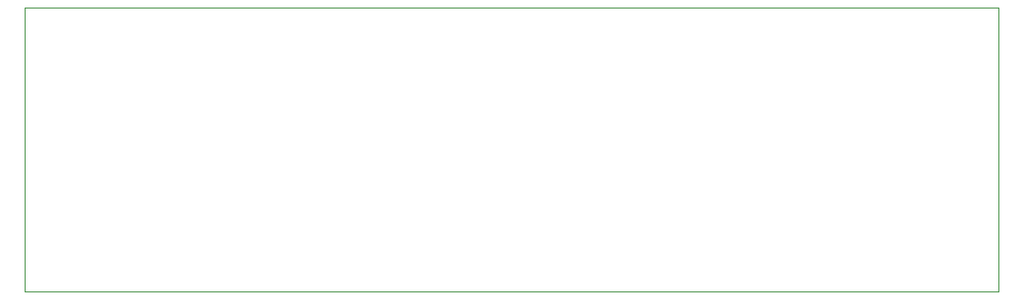
<source format=gbr>
%TF.GenerationSoftware,KiCad,Pcbnew,7.0.7*%
%TF.CreationDate,2023-10-03T22:28:34+01:00*%
%TF.ProjectId,nixie-controller-breakaway,6e697869-652d-4636-9f6e-74726f6c6c65,rev?*%
%TF.SameCoordinates,Original*%
%TF.FileFunction,Profile,NP*%
%FSLAX46Y46*%
G04 Gerber Fmt 4.6, Leading zero omitted, Abs format (unit mm)*
G04 Created by KiCad (PCBNEW 7.0.7) date 2023-10-03 22:28:34*
%MOMM*%
%LPD*%
G01*
G04 APERTURE LIST*
%TA.AperFunction,Profile*%
%ADD10C,0.100000*%
%TD*%
G04 APERTURE END LIST*
D10*
X29542000Y-55880000D02*
X101600000Y-55880000D01*
X116586000Y-55880000D02*
X116586000Y-30480000D01*
X101600000Y-55880000D02*
X116586000Y-55880000D01*
X29542000Y-30480000D02*
X29542000Y-55880000D01*
X29542000Y-30480000D02*
X101600000Y-30480000D01*
X116586000Y-30480000D02*
X101600000Y-30480000D01*
M02*

</source>
